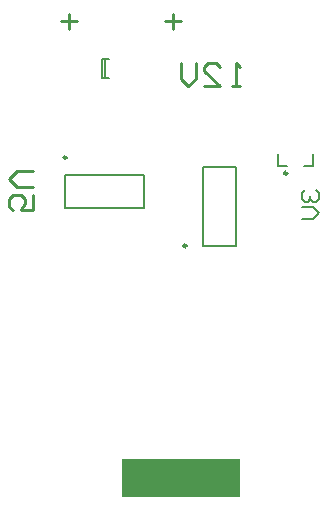
<source format=gbo>
G04 Layer_Color=32896*
%FSLAX25Y25*%
%MOIN*%
G70*
G01*
G75*
%ADD23C,0.00787*%
%ADD45C,0.00984*%
%ADD47C,0.01000*%
%ADD48C,0.00500*%
%ADD81R,0.39370X0.12795*%
D23*
X51870Y-67224D02*
Y-56201D01*
X25492Y-67224D02*
Y-56201D01*
Y-67224D02*
X51870D01*
X25492Y-56201D02*
X51870D01*
X71358Y-53347D02*
X82382D01*
X71358Y-79724D02*
X82382D01*
Y-53347D01*
X71358Y-79724D02*
Y-53347D01*
X37894Y-23720D02*
X40256D01*
X37894Y-17421D02*
X40256D01*
X37894Y-23720D02*
Y-17421D01*
X38642Y-23720D02*
Y-17421D01*
X96457Y-52953D02*
Y-49016D01*
Y-52953D02*
X99606D01*
X108268D02*
Y-49016D01*
X105118Y-52953D02*
X108268D01*
D45*
X25984Y-50295D02*
G03*
X25984Y-50295I-492J0D01*
G01*
X65945Y-79724D02*
G03*
X65945Y-79724I-492J0D01*
G01*
X99508Y-55512D02*
G03*
X99508Y-55512I-492J0D01*
G01*
D47*
X14761Y-62666D02*
Y-67913D01*
X10825D01*
X12137Y-65290D01*
Y-63978D01*
X10825Y-62666D01*
X8202D01*
X6890Y-63978D01*
Y-66602D01*
X8202Y-67913D01*
X14761Y-60042D02*
X9514D01*
X6890Y-57418D01*
X9514Y-54794D01*
X14761D01*
X29528Y-4922D02*
X24280D01*
X26904Y-2299D02*
Y-7546D01*
X63976Y-4922D02*
X58729D01*
X61353Y-2299D02*
Y-7546D01*
X83661Y-26575D02*
X81038D01*
X82349D01*
Y-18703D01*
X83661Y-20015D01*
X71854Y-26575D02*
X77102D01*
X71854Y-21327D01*
Y-20015D01*
X73166Y-18703D01*
X75790D01*
X77102Y-20015D01*
X69230Y-18703D02*
Y-23951D01*
X66607Y-26575D01*
X63983Y-23951D01*
Y-18703D01*
D48*
X105317Y-61024D02*
X104333Y-62008D01*
Y-63975D01*
X105317Y-64959D01*
X106300D01*
X107284Y-63975D01*
Y-62991D01*
Y-63975D01*
X108268Y-64959D01*
X109252D01*
X110236Y-63975D01*
Y-62008D01*
X109252Y-61024D01*
X104333Y-66927D02*
X108268D01*
X110236Y-68895D01*
X108268Y-70863D01*
X104333D01*
D81*
X63976Y-156988D02*
D03*
M02*

</source>
